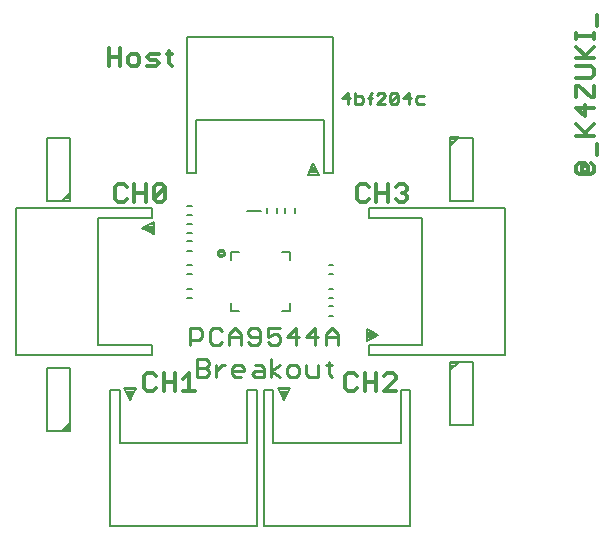
<source format=gto>
G75*
%MOIN*%
%OFA0B0*%
%FSLAX25Y25*%
%IPPOS*%
%LPD*%
%AMOC8*
5,1,8,0,0,1.08239X$1,22.5*
%
%ADD10C,0.00787*%
%ADD11C,0.01200*%
%ADD12C,0.01100*%
%ADD13C,0.00900*%
%ADD14C,0.00800*%
D10*
X0060733Y0043520D02*
X0063489Y0046276D01*
X0063489Y0043520D01*
X0060733Y0043520D01*
X0061454Y0044240D02*
X0063489Y0044240D01*
X0063489Y0045026D02*
X0062240Y0045026D01*
X0063026Y0045812D02*
X0063489Y0045812D01*
X0076875Y0057299D02*
X0076875Y0012024D01*
X0125694Y0012024D01*
X0125694Y0057299D01*
X0122544Y0057299D01*
X0122544Y0039583D01*
X0080025Y0039583D01*
X0080025Y0057299D01*
X0076875Y0057299D01*
X0081599Y0058087D02*
X0085536Y0058087D01*
X0083568Y0054150D01*
X0081599Y0058087D01*
X0081842Y0057601D02*
X0085293Y0057601D01*
X0084900Y0056815D02*
X0082235Y0056815D01*
X0082628Y0056029D02*
X0084508Y0056029D01*
X0084115Y0055243D02*
X0083021Y0055243D01*
X0083414Y0054457D02*
X0083722Y0054457D01*
X0090655Y0069110D02*
X0045379Y0069110D01*
X0045379Y0117929D01*
X0090655Y0117929D01*
X0090655Y0114780D01*
X0072938Y0114780D01*
X0072938Y0072260D01*
X0090655Y0072260D01*
X0090655Y0069110D01*
X0102466Y0088008D02*
X0104040Y0088008D01*
X0104040Y0091157D02*
X0102466Y0091157D01*
X0102466Y0095882D02*
X0104040Y0095882D01*
X0104040Y0099031D02*
X0102466Y0099031D01*
X0102466Y0103756D02*
X0104040Y0103756D01*
X0104040Y0106906D02*
X0102466Y0106906D01*
X0102466Y0109661D02*
X0104040Y0109661D01*
X0104040Y0112811D02*
X0102466Y0112811D01*
X0102466Y0115567D02*
X0104040Y0115567D01*
X0104040Y0118717D02*
X0102466Y0118717D01*
X0102466Y0129740D02*
X0102466Y0175016D01*
X0151284Y0175016D01*
X0151284Y0129740D01*
X0148135Y0129740D01*
X0148135Y0147457D01*
X0105615Y0147457D01*
X0105615Y0129740D01*
X0102466Y0129740D01*
X0091442Y0113205D02*
X0091442Y0109268D01*
X0087505Y0111236D01*
X0091442Y0113205D01*
X0091442Y0112615D02*
X0090262Y0112615D01*
X0091442Y0111829D02*
X0088690Y0111829D01*
X0087892Y0111043D02*
X0091442Y0111043D01*
X0091442Y0110257D02*
X0089464Y0110257D01*
X0091036Y0109471D02*
X0091442Y0109471D01*
X0113095Y0103756D02*
X0113095Y0102181D01*
X0114670Y0102181D01*
X0114670Y0103756D01*
X0113095Y0103756D01*
X0113095Y0103184D02*
X0114670Y0103184D01*
X0114670Y0102398D02*
X0113095Y0102398D01*
X0112702Y0102969D02*
X0112704Y0103038D01*
X0112710Y0103106D01*
X0112720Y0103174D01*
X0112734Y0103241D01*
X0112752Y0103308D01*
X0112773Y0103373D01*
X0112799Y0103437D01*
X0112828Y0103499D01*
X0112860Y0103559D01*
X0112896Y0103618D01*
X0112936Y0103674D01*
X0112978Y0103728D01*
X0113024Y0103779D01*
X0113073Y0103828D01*
X0113124Y0103874D01*
X0113178Y0103916D01*
X0113234Y0103956D01*
X0113292Y0103992D01*
X0113353Y0104024D01*
X0113415Y0104053D01*
X0113479Y0104079D01*
X0113544Y0104100D01*
X0113611Y0104118D01*
X0113678Y0104132D01*
X0113746Y0104142D01*
X0113814Y0104148D01*
X0113883Y0104150D01*
X0113952Y0104148D01*
X0114020Y0104142D01*
X0114088Y0104132D01*
X0114155Y0104118D01*
X0114222Y0104100D01*
X0114287Y0104079D01*
X0114351Y0104053D01*
X0114413Y0104024D01*
X0114473Y0103992D01*
X0114532Y0103956D01*
X0114588Y0103916D01*
X0114642Y0103874D01*
X0114693Y0103828D01*
X0114742Y0103779D01*
X0114788Y0103728D01*
X0114830Y0103674D01*
X0114870Y0103618D01*
X0114906Y0103559D01*
X0114938Y0103499D01*
X0114967Y0103437D01*
X0114993Y0103373D01*
X0115014Y0103308D01*
X0115032Y0103241D01*
X0115046Y0103174D01*
X0115056Y0103106D01*
X0115062Y0103038D01*
X0115064Y0102969D01*
X0115062Y0102900D01*
X0115056Y0102832D01*
X0115046Y0102764D01*
X0115032Y0102697D01*
X0115014Y0102630D01*
X0114993Y0102565D01*
X0114967Y0102501D01*
X0114938Y0102439D01*
X0114906Y0102378D01*
X0114870Y0102320D01*
X0114830Y0102264D01*
X0114788Y0102210D01*
X0114742Y0102159D01*
X0114693Y0102110D01*
X0114642Y0102064D01*
X0114588Y0102022D01*
X0114532Y0101982D01*
X0114474Y0101946D01*
X0114413Y0101914D01*
X0114351Y0101885D01*
X0114287Y0101859D01*
X0114222Y0101838D01*
X0114155Y0101820D01*
X0114088Y0101806D01*
X0114020Y0101796D01*
X0113952Y0101790D01*
X0113883Y0101788D01*
X0113814Y0101790D01*
X0113746Y0101796D01*
X0113678Y0101806D01*
X0113611Y0101820D01*
X0113544Y0101838D01*
X0113479Y0101859D01*
X0113415Y0101885D01*
X0113353Y0101914D01*
X0113292Y0101946D01*
X0113234Y0101982D01*
X0113178Y0102022D01*
X0113124Y0102064D01*
X0113073Y0102110D01*
X0113024Y0102159D01*
X0112978Y0102210D01*
X0112936Y0102264D01*
X0112896Y0102320D01*
X0112860Y0102378D01*
X0112828Y0102439D01*
X0112799Y0102501D01*
X0112773Y0102565D01*
X0112752Y0102630D01*
X0112734Y0102697D01*
X0112720Y0102764D01*
X0112710Y0102832D01*
X0112704Y0102900D01*
X0112702Y0102969D01*
X0117033Y0103362D02*
X0117033Y0100606D01*
X0117033Y0103362D02*
X0119788Y0103362D01*
X0129237Y0116354D02*
X0129237Y0117929D01*
X0127269Y0117142D02*
X0122544Y0117142D01*
X0132387Y0117929D02*
X0132387Y0116354D01*
X0135143Y0116354D02*
X0135143Y0117929D01*
X0138292Y0117929D02*
X0138292Y0116354D01*
X0136718Y0103362D02*
X0133962Y0103362D01*
X0136718Y0103362D02*
X0136718Y0100606D01*
X0149710Y0099031D02*
X0151284Y0099031D01*
X0151284Y0095882D02*
X0149710Y0095882D01*
X0149710Y0091157D02*
X0151284Y0091157D01*
X0151284Y0088008D02*
X0149710Y0088008D01*
X0149710Y0085252D02*
X0151284Y0085252D01*
X0151284Y0082102D02*
X0149710Y0082102D01*
X0136718Y0083677D02*
X0133962Y0083677D01*
X0136718Y0083677D02*
X0136718Y0086433D01*
X0119788Y0083677D02*
X0117033Y0083677D01*
X0117033Y0086433D01*
X0128056Y0057299D02*
X0128056Y0012024D01*
X0176875Y0012024D01*
X0176875Y0057299D01*
X0173725Y0057299D01*
X0173725Y0039583D01*
X0131206Y0039583D01*
X0131206Y0057299D01*
X0128056Y0057299D01*
X0132781Y0058087D02*
X0136718Y0058087D01*
X0134749Y0054150D01*
X0132781Y0058087D01*
X0133024Y0057601D02*
X0136475Y0057601D01*
X0136082Y0056815D02*
X0133416Y0056815D01*
X0133809Y0056029D02*
X0135689Y0056029D01*
X0135296Y0055243D02*
X0134202Y0055243D01*
X0134595Y0054457D02*
X0134903Y0054457D01*
X0163095Y0069110D02*
X0208371Y0069110D01*
X0208371Y0117929D01*
X0163095Y0117929D01*
X0163095Y0114780D01*
X0180812Y0114780D01*
X0180812Y0072260D01*
X0163095Y0072260D01*
X0163095Y0069110D01*
X0162308Y0073835D02*
X0162308Y0077772D01*
X0166245Y0075803D01*
X0162308Y0073835D01*
X0162308Y0074105D02*
X0162848Y0074105D01*
X0162308Y0074891D02*
X0164420Y0074891D01*
X0164926Y0076463D02*
X0162308Y0076463D01*
X0162308Y0077248D02*
X0163355Y0077248D01*
X0162308Y0075677D02*
X0165992Y0075677D01*
X0190261Y0066748D02*
X0190261Y0063992D01*
X0193017Y0066748D01*
X0190261Y0066748D01*
X0190261Y0066246D02*
X0192514Y0066246D01*
X0191728Y0065460D02*
X0190261Y0065460D01*
X0190261Y0064674D02*
X0190943Y0064674D01*
X0146560Y0128953D02*
X0142623Y0128953D01*
X0144592Y0132890D01*
X0146560Y0128953D01*
X0146477Y0129119D02*
X0142706Y0129119D01*
X0143099Y0129905D02*
X0146084Y0129905D01*
X0145691Y0130691D02*
X0143492Y0130691D01*
X0143885Y0131476D02*
X0145298Y0131476D01*
X0144905Y0132262D02*
X0144278Y0132262D01*
X0190261Y0138795D02*
X0193017Y0141551D01*
X0190261Y0141551D01*
X0190261Y0138795D01*
X0190261Y0139336D02*
X0190801Y0139336D01*
X0190261Y0140121D02*
X0191587Y0140121D01*
X0192373Y0140907D02*
X0190261Y0140907D01*
X0063489Y0123047D02*
X0063489Y0120291D01*
X0060733Y0120291D01*
X0063489Y0123047D01*
X0063489Y0122831D02*
X0063273Y0122831D01*
X0063489Y0122045D02*
X0062487Y0122045D01*
X0061702Y0121260D02*
X0063489Y0121260D01*
X0063489Y0120474D02*
X0060916Y0120474D01*
D11*
X0078437Y0121115D02*
X0079404Y0120147D01*
X0081339Y0120147D01*
X0082307Y0121115D01*
X0084882Y0120147D02*
X0084882Y0125952D01*
X0082307Y0124985D02*
X0081339Y0125952D01*
X0079404Y0125952D01*
X0078437Y0124985D01*
X0078437Y0121115D01*
X0084882Y0123050D02*
X0088752Y0123050D01*
X0088752Y0125952D02*
X0088752Y0120147D01*
X0091328Y0121115D02*
X0095198Y0124985D01*
X0095198Y0121115D01*
X0094230Y0120147D01*
X0092295Y0120147D01*
X0091328Y0121115D01*
X0091328Y0124985D01*
X0092295Y0125952D01*
X0094230Y0125952D01*
X0095198Y0124985D01*
X0097560Y0165423D02*
X0096592Y0166390D01*
X0096592Y0170260D01*
X0095625Y0169293D02*
X0097560Y0169293D01*
X0093049Y0169293D02*
X0090147Y0169293D01*
X0089179Y0168325D01*
X0090147Y0167358D01*
X0092082Y0167358D01*
X0093049Y0166390D01*
X0092082Y0165423D01*
X0089179Y0165423D01*
X0086604Y0166390D02*
X0086604Y0168325D01*
X0085636Y0169293D01*
X0083701Y0169293D01*
X0082734Y0168325D01*
X0082734Y0166390D01*
X0083701Y0165423D01*
X0085636Y0165423D01*
X0086604Y0166390D01*
X0080158Y0165423D02*
X0080158Y0171228D01*
X0080158Y0168325D02*
X0076288Y0168325D01*
X0076288Y0165423D02*
X0076288Y0171228D01*
X0159145Y0124985D02*
X0159145Y0121115D01*
X0160113Y0120147D01*
X0162048Y0120147D01*
X0163015Y0121115D01*
X0165591Y0120147D02*
X0165591Y0125952D01*
X0163015Y0124985D02*
X0162048Y0125952D01*
X0160113Y0125952D01*
X0159145Y0124985D01*
X0165591Y0123050D02*
X0169461Y0123050D01*
X0169461Y0125952D02*
X0169461Y0120147D01*
X0172036Y0121115D02*
X0173004Y0120147D01*
X0174939Y0120147D01*
X0175906Y0121115D01*
X0175906Y0122082D01*
X0174939Y0123050D01*
X0173971Y0123050D01*
X0174939Y0123050D02*
X0175906Y0124017D01*
X0175906Y0124985D01*
X0174939Y0125952D01*
X0173004Y0125952D01*
X0172036Y0124985D01*
X0232238Y0130149D02*
X0232238Y0132084D01*
X0233205Y0133051D01*
X0235140Y0133051D01*
X0236108Y0132084D01*
X0234173Y0132084D01*
X0234173Y0130149D01*
X0236108Y0130149D01*
X0236108Y0132084D01*
X0237075Y0133051D02*
X0238043Y0132084D01*
X0238043Y0130149D01*
X0237075Y0129181D01*
X0233205Y0129181D01*
X0232238Y0130149D01*
X0239010Y0135627D02*
X0239010Y0139497D01*
X0238043Y0142072D02*
X0232238Y0142072D01*
X0235140Y0143040D02*
X0238043Y0145942D01*
X0235140Y0148518D02*
X0235140Y0152388D01*
X0232238Y0151420D02*
X0235140Y0148518D01*
X0238043Y0151420D02*
X0232238Y0151420D01*
X0232238Y0154963D02*
X0232238Y0158833D01*
X0233205Y0158833D01*
X0237075Y0154963D01*
X0238043Y0154963D01*
X0238043Y0158833D01*
X0237075Y0161409D02*
X0238043Y0162376D01*
X0238043Y0164311D01*
X0237075Y0165279D01*
X0232238Y0165279D01*
X0232238Y0167854D02*
X0238043Y0167854D01*
X0236108Y0167854D02*
X0232238Y0171724D01*
X0232238Y0174300D02*
X0232238Y0176235D01*
X0232238Y0175267D02*
X0238043Y0175267D01*
X0238043Y0174300D02*
X0238043Y0176235D01*
X0239010Y0178597D02*
X0239010Y0182467D01*
X0238043Y0171724D02*
X0235140Y0168822D01*
X0237075Y0161409D02*
X0232238Y0161409D01*
X0232238Y0145942D02*
X0236108Y0142072D01*
X0171002Y0062960D02*
X0169067Y0062960D01*
X0168099Y0061993D01*
X0165524Y0062960D02*
X0165524Y0057155D01*
X0168099Y0057155D02*
X0171969Y0061025D01*
X0171969Y0061993D01*
X0171002Y0062960D01*
X0165524Y0060058D02*
X0161654Y0060058D01*
X0161654Y0062960D02*
X0161654Y0057155D01*
X0159078Y0058123D02*
X0158111Y0057155D01*
X0156176Y0057155D01*
X0155208Y0058123D01*
X0155208Y0061993D01*
X0156176Y0062960D01*
X0158111Y0062960D01*
X0159078Y0061993D01*
X0168099Y0057155D02*
X0171969Y0057155D01*
X0105040Y0057155D02*
X0101170Y0057155D01*
X0103105Y0057155D02*
X0103105Y0062960D01*
X0101170Y0061025D01*
X0098595Y0060058D02*
X0094725Y0060058D01*
X0094725Y0062960D02*
X0094725Y0057155D01*
X0092149Y0058123D02*
X0091182Y0057155D01*
X0089247Y0057155D01*
X0088279Y0058123D01*
X0088279Y0061993D01*
X0089247Y0062960D01*
X0091182Y0062960D01*
X0092149Y0061993D01*
X0098595Y0062960D02*
X0098595Y0057155D01*
D12*
X0105760Y0061698D02*
X0108713Y0061698D01*
X0109697Y0062682D01*
X0109697Y0063666D01*
X0108713Y0064650D01*
X0105760Y0064650D01*
X0105760Y0061698D02*
X0105760Y0067603D01*
X0108713Y0067603D01*
X0109697Y0066619D01*
X0109697Y0065634D01*
X0108713Y0064650D01*
X0112205Y0063666D02*
X0114174Y0065634D01*
X0115158Y0065634D01*
X0117577Y0064650D02*
X0118561Y0065634D01*
X0120529Y0065634D01*
X0121513Y0064650D01*
X0121513Y0063666D01*
X0117577Y0063666D01*
X0117577Y0062682D02*
X0117577Y0064650D01*
X0117577Y0062682D02*
X0118561Y0061698D01*
X0120529Y0061698D01*
X0124022Y0062682D02*
X0125006Y0063666D01*
X0127959Y0063666D01*
X0127959Y0064650D02*
X0127959Y0061698D01*
X0125006Y0061698D01*
X0124022Y0062682D01*
X0126975Y0065634D02*
X0127959Y0064650D01*
X0126975Y0065634D02*
X0125006Y0065634D01*
X0130468Y0063666D02*
X0133420Y0065634D01*
X0135839Y0064650D02*
X0135839Y0062682D01*
X0136823Y0061698D01*
X0138792Y0061698D01*
X0139776Y0062682D01*
X0139776Y0064650D01*
X0138792Y0065634D01*
X0136823Y0065634D01*
X0135839Y0064650D01*
X0133420Y0061698D02*
X0130468Y0063666D01*
X0130468Y0061698D02*
X0130468Y0067603D01*
X0130378Y0072198D02*
X0129393Y0073182D01*
X0130378Y0072198D02*
X0132346Y0072198D01*
X0133330Y0073182D01*
X0133330Y0075150D01*
X0132346Y0076134D01*
X0131362Y0076134D01*
X0129393Y0075150D01*
X0129393Y0078103D01*
X0133330Y0078103D01*
X0135839Y0075150D02*
X0139776Y0075150D01*
X0142284Y0075150D02*
X0146221Y0075150D01*
X0148730Y0075150D02*
X0152667Y0075150D01*
X0152667Y0076134D02*
X0152667Y0072198D01*
X0152667Y0076134D02*
X0150698Y0078103D01*
X0148730Y0076134D01*
X0148730Y0072198D01*
X0145237Y0072198D02*
X0145237Y0078103D01*
X0142284Y0075150D01*
X0138792Y0072198D02*
X0138792Y0078103D01*
X0135839Y0075150D01*
X0126885Y0075150D02*
X0123932Y0075150D01*
X0122948Y0076134D01*
X0122948Y0077119D01*
X0123932Y0078103D01*
X0125901Y0078103D01*
X0126885Y0077119D01*
X0126885Y0073182D01*
X0125901Y0072198D01*
X0123932Y0072198D01*
X0122948Y0073182D01*
X0120439Y0072198D02*
X0120439Y0076134D01*
X0118471Y0078103D01*
X0116502Y0076134D01*
X0116502Y0072198D01*
X0113994Y0073182D02*
X0113010Y0072198D01*
X0111041Y0072198D01*
X0110057Y0073182D01*
X0110057Y0077119D01*
X0111041Y0078103D01*
X0113010Y0078103D01*
X0113994Y0077119D01*
X0116502Y0075150D02*
X0120439Y0075150D01*
X0112205Y0065634D02*
X0112205Y0061698D01*
X0103612Y0072198D02*
X0103612Y0078103D01*
X0106564Y0078103D01*
X0107548Y0077119D01*
X0107548Y0075150D01*
X0106564Y0074166D01*
X0103612Y0074166D01*
X0142284Y0065634D02*
X0142284Y0062682D01*
X0143269Y0061698D01*
X0146221Y0061698D01*
X0146221Y0065634D01*
X0148730Y0065634D02*
X0150698Y0065634D01*
X0149714Y0066619D02*
X0149714Y0062682D01*
X0150698Y0061698D01*
D13*
X0156077Y0152631D02*
X0156077Y0156459D01*
X0154163Y0154545D01*
X0156715Y0154545D01*
X0158513Y0155183D02*
X0160427Y0155183D01*
X0161065Y0154545D01*
X0161065Y0153269D01*
X0160427Y0152631D01*
X0158513Y0152631D01*
X0158513Y0156459D01*
X0162863Y0154545D02*
X0164139Y0154545D01*
X0163501Y0155821D02*
X0163501Y0152631D01*
X0165763Y0152631D02*
X0168315Y0155183D01*
X0168315Y0155821D01*
X0167677Y0156459D01*
X0166401Y0156459D01*
X0165763Y0155821D01*
X0164139Y0156459D02*
X0163501Y0155821D01*
X0165763Y0152631D02*
X0168315Y0152631D01*
X0170114Y0153269D02*
X0170114Y0155821D01*
X0170752Y0156459D01*
X0172027Y0156459D01*
X0172665Y0155821D01*
X0170114Y0153269D01*
X0170752Y0152631D01*
X0172027Y0152631D01*
X0172665Y0153269D01*
X0172665Y0155821D01*
X0174464Y0154545D02*
X0177016Y0154545D01*
X0178814Y0154545D02*
X0178814Y0153269D01*
X0179452Y0152631D01*
X0181366Y0152631D01*
X0181366Y0155183D02*
X0179452Y0155183D01*
X0178814Y0154545D01*
X0176378Y0156459D02*
X0174464Y0154545D01*
X0176378Y0152631D02*
X0176378Y0156459D01*
D14*
X0063466Y0043642D02*
X0055828Y0043642D01*
X0055828Y0064657D01*
X0063466Y0064657D01*
X0063466Y0043642D01*
X0063466Y0120413D02*
X0055828Y0120413D01*
X0055828Y0141429D01*
X0063466Y0141429D01*
X0063466Y0120413D01*
X0190284Y0120413D02*
X0197922Y0120413D01*
X0197922Y0141429D01*
X0190284Y0141429D01*
X0190284Y0120413D01*
X0190284Y0066626D02*
X0190284Y0045610D01*
X0197922Y0045610D01*
X0197922Y0066626D01*
X0190284Y0066626D01*
M02*

</source>
